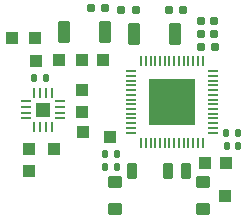
<source format=gts>
%TF.GenerationSoftware,KiCad,Pcbnew,8.0.3*%
%TF.CreationDate,2025-02-28T01:09:01-06:00*%
%TF.ProjectId,HearingAid_Right,48656172-696e-4674-9169-645f52696768,rev?*%
%TF.SameCoordinates,Original*%
%TF.FileFunction,Soldermask,Top*%
%TF.FilePolarity,Negative*%
%FSLAX46Y46*%
G04 Gerber Fmt 4.6, Leading zero omitted, Abs format (unit mm)*
G04 Created by KiCad (PCBNEW 8.0.3) date 2025-02-28 01:09:01*
%MOMM*%
%LPD*%
G01*
G04 APERTURE LIST*
G04 Aperture macros list*
%AMRoundRect*
0 Rectangle with rounded corners*
0 $1 Rounding radius*
0 $2 $3 $4 $5 $6 $7 $8 $9 X,Y pos of 4 corners*
0 Add a 4 corners polygon primitive as box body*
4,1,4,$2,$3,$4,$5,$6,$7,$8,$9,$2,$3,0*
0 Add four circle primitives for the rounded corners*
1,1,$1+$1,$2,$3*
1,1,$1+$1,$4,$5*
1,1,$1+$1,$6,$7*
1,1,$1+$1,$8,$9*
0 Add four rect primitives between the rounded corners*
20,1,$1+$1,$2,$3,$4,$5,0*
20,1,$1+$1,$4,$5,$6,$7,0*
20,1,$1+$1,$6,$7,$8,$9,0*
20,1,$1+$1,$8,$9,$2,$3,0*%
G04 Aperture macros list end*
%ADD10RoundRect,0.147500X0.147500X0.172500X-0.147500X0.172500X-0.147500X-0.172500X0.147500X-0.172500X0*%
%ADD11RoundRect,0.147500X-0.147500X-0.172500X0.147500X-0.172500X0.147500X0.172500X-0.147500X0.172500X0*%
%ADD12RoundRect,0.155000X-0.212500X-0.155000X0.212500X-0.155000X0.212500X0.155000X-0.212500X0.155000X0*%
%ADD13R,1.000000X1.000000*%
%ADD14RoundRect,0.135000X-0.135000X-0.185000X0.135000X-0.185000X0.135000X0.185000X-0.135000X0.185000X0*%
%ADD15RoundRect,0.135000X0.135000X0.185000X-0.135000X0.185000X-0.135000X-0.185000X0.135000X-0.185000X0*%
%ADD16RoundRect,0.102000X0.350000X0.550000X-0.350000X0.550000X-0.350000X-0.550000X0.350000X-0.550000X0*%
%ADD17RoundRect,0.102000X0.500000X0.400000X-0.500000X0.400000X-0.500000X-0.400000X0.500000X-0.400000X0*%
%ADD18RoundRect,0.102000X0.400000X0.850000X-0.400000X0.850000X-0.400000X-0.850000X0.400000X-0.850000X0*%
%ADD19RoundRect,0.050000X-0.350000X-0.050000X0.350000X-0.050000X0.350000X0.050000X-0.350000X0.050000X0*%
%ADD20RoundRect,0.050000X-0.050000X-0.350000X0.050000X-0.350000X0.050000X0.350000X-0.050000X0.350000X0*%
%ADD21R,4.000000X4.000000*%
%ADD22RoundRect,0.062500X-0.062500X0.350000X-0.062500X-0.350000X0.062500X-0.350000X0.062500X0.350000X0*%
%ADD23RoundRect,0.062500X-0.350000X0.062500X-0.350000X-0.062500X0.350000X-0.062500X0.350000X0.062500X0*%
%ADD24R,1.230000X1.230000*%
%ADD25RoundRect,0.160000X-0.197500X-0.160000X0.197500X-0.160000X0.197500X0.160000X-0.197500X0.160000X0*%
%ADD26RoundRect,0.102000X-0.400000X-0.850000X0.400000X-0.850000X0.400000X0.850000X-0.400000X0.850000X0*%
%ADD27RoundRect,0.160000X0.197500X0.160000X-0.197500X0.160000X-0.197500X-0.160000X0.197500X-0.160000X0*%
G04 APERTURE END LIST*
D10*
%TO.C,D4*%
X120770000Y-75530000D03*
X119800000Y-75530000D03*
%TD*%
D11*
%TO.C,D3*%
X130090000Y-73770000D03*
X131060000Y-73770000D03*
%TD*%
D12*
%TO.C,C3*%
X127912500Y-64280000D03*
X129047500Y-64280000D03*
%TD*%
D13*
%TO.C,TP20*%
X111890000Y-64600000D03*
%TD*%
D14*
%TO.C,R11*%
X130060000Y-72620000D03*
X131080000Y-72620000D03*
%TD*%
D12*
%TO.C,C5*%
X125222500Y-62250000D03*
X126357500Y-62250000D03*
%TD*%
D13*
%TO.C,TP4*%
X115500000Y-74000000D03*
%TD*%
%TO.C,TP22*%
X128280000Y-75180000D03*
%TD*%
D15*
%TO.C,R13*%
X114790000Y-68010000D03*
X113770000Y-68010000D03*
%TD*%
D16*
%TO.C,S1*%
X122100000Y-75880000D03*
X125100000Y-75880000D03*
X126600000Y-75880000D03*
D17*
X128100000Y-79080000D03*
X120600000Y-79080000D03*
X120600000Y-76780000D03*
X128100000Y-76780000D03*
%TD*%
D13*
%TO.C,TP6*%
X113820000Y-64600000D03*
%TD*%
D18*
%TO.C,RST*%
X125670000Y-64300000D03*
X122270000Y-64300000D03*
%TD*%
D19*
%TO.C,U8*%
X121990000Y-67430000D03*
X121990000Y-67830000D03*
X121990000Y-68230000D03*
X121990000Y-68630000D03*
X121990000Y-69030000D03*
X121990000Y-69430000D03*
X121990000Y-69830000D03*
X121990000Y-70230000D03*
X121990000Y-70630000D03*
X121990000Y-71030000D03*
X121990000Y-71430000D03*
X121990000Y-71830000D03*
X121990000Y-72230000D03*
X121990000Y-72630000D03*
D20*
X122840000Y-73480000D03*
X123240000Y-73480000D03*
X123640000Y-73480000D03*
X124040000Y-73480000D03*
X124440000Y-73480000D03*
X124840000Y-73480000D03*
X125240000Y-73480000D03*
X125640000Y-73480000D03*
X126040000Y-73480000D03*
X126440000Y-73480000D03*
X126840000Y-73480000D03*
X127240000Y-73480000D03*
X127640000Y-73480000D03*
X128040000Y-73480000D03*
D19*
X128890000Y-72630000D03*
X128890000Y-72230000D03*
X128890000Y-71830000D03*
X128890000Y-71430000D03*
X128890000Y-71030000D03*
X128890000Y-70630000D03*
X128890000Y-70230000D03*
X128890000Y-69830000D03*
X128890000Y-69430000D03*
X128890000Y-69030000D03*
X128890000Y-68630000D03*
X128890000Y-68230000D03*
X128890000Y-67830000D03*
X128890000Y-67430000D03*
D20*
X128040000Y-66580000D03*
X127640000Y-66580000D03*
X127240000Y-66580000D03*
X126840000Y-66580000D03*
X126440000Y-66580000D03*
X126040000Y-66580000D03*
X125640000Y-66580000D03*
X125240000Y-66580000D03*
X124840000Y-66580000D03*
X124440000Y-66580000D03*
X124040000Y-66580000D03*
X123640000Y-66580000D03*
X123240000Y-66580000D03*
X122840000Y-66580000D03*
D21*
X125440000Y-70030000D03*
%TD*%
D13*
%TO.C,TP13*%
X120200000Y-73040000D03*
%TD*%
D22*
%TO.C,U5*%
X115282500Y-69242500D03*
X114782500Y-69242500D03*
X114282500Y-69242500D03*
X113782500Y-69242500D03*
D23*
X113095000Y-69930000D03*
X113095000Y-70430000D03*
X113095000Y-70930000D03*
X113095000Y-71430000D03*
D22*
X113782500Y-72117500D03*
X114282500Y-72117500D03*
X114782500Y-72117500D03*
X115282500Y-72117500D03*
D23*
X115970000Y-71430000D03*
X115970000Y-70930000D03*
X115970000Y-70430000D03*
X115970000Y-69930000D03*
D24*
X114532500Y-70680000D03*
%TD*%
D13*
%TO.C,TP17*%
X119640000Y-66460000D03*
%TD*%
D12*
%TO.C,C8*%
X127925000Y-65350000D03*
X129060000Y-65350000D03*
%TD*%
D14*
%TO.C,R12*%
X119770000Y-74410000D03*
X120790000Y-74410000D03*
%TD*%
D12*
%TO.C,C4*%
X127915000Y-63200000D03*
X129050000Y-63200000D03*
%TD*%
D13*
%TO.C,TP16*%
X117820000Y-66500000D03*
%TD*%
D25*
%TO.C,R14*%
X121172500Y-62260000D03*
X122367500Y-62260000D03*
%TD*%
D26*
%TO.C,BOOT*%
X116350000Y-64130000D03*
X119750000Y-64130000D03*
%TD*%
D13*
%TO.C,TP24*%
X113360000Y-75840000D03*
%TD*%
%TO.C,TP18*%
X113940000Y-66530000D03*
%TD*%
%TO.C,TP3*%
X113375000Y-73995000D03*
%TD*%
%TO.C,TP8*%
X117870000Y-70850000D03*
%TD*%
%TO.C,TP15*%
X115910000Y-66510000D03*
%TD*%
%TO.C,TP7*%
X117880000Y-72570000D03*
%TD*%
D27*
%TO.C,R15*%
X119790000Y-62110000D03*
X118595000Y-62110000D03*
%TD*%
D13*
%TO.C,TP9*%
X117860000Y-69030000D03*
%TD*%
%TO.C,TP21*%
X129960000Y-77990000D03*
%TD*%
%TO.C,TP23*%
X130020000Y-75190000D03*
%TD*%
M02*

</source>
